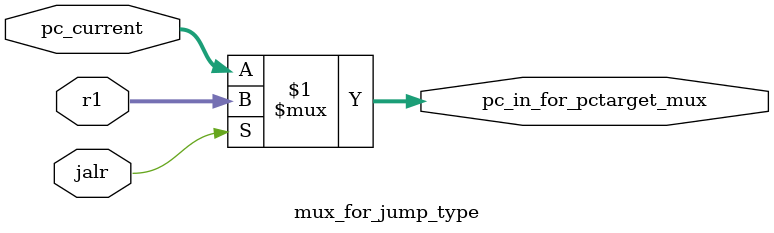
<source format=v>
module MUX_for_PCSrc(
    input [31:0] PCPlus4, PCTarget,
    input PCSrc,take_branch,jump_enb,
    output [31:0] PCNext
);  
    
  assign PCNext =((PCSrc && take_branch)| jump_enb) ? PCTarget : PCPlus4;
endmodule


//PC Logic
module program_counter(
input clk, reset, 
input [31:0] pc_in,
output reg [31:0] pc_out
    );
    always@(posedge clk)
    if (reset)
        pc_out<=32'd0;
    else
        pc_out<=pc_in;    
endmodule


//Logic of Adder for PCPlus4
module Adder_for_PCPlus4(
    input [31:0] pc_out,
    output [31:0] PCPlus4
);
assign PCPlus4 = pc_out + 4;
endmodule


//Logic of Adder for PCTarget
module Adder_for_PCTarget(
    input [31:0] pc_out,
    input [31:0] ImmExt,
  output [31:0] PCTarget
);
assign PCTarget =  pc_out + ImmExt;
endmodule

module mux_for_jump_type(
  input [31:0] pc_current,r1,
  input jalr,
  output [31:0] pc_in_for_pctarget_mux
);

  assign pc_in_for_pctarget_mux=jalr?r1:pc_current;
endmodule


</source>
